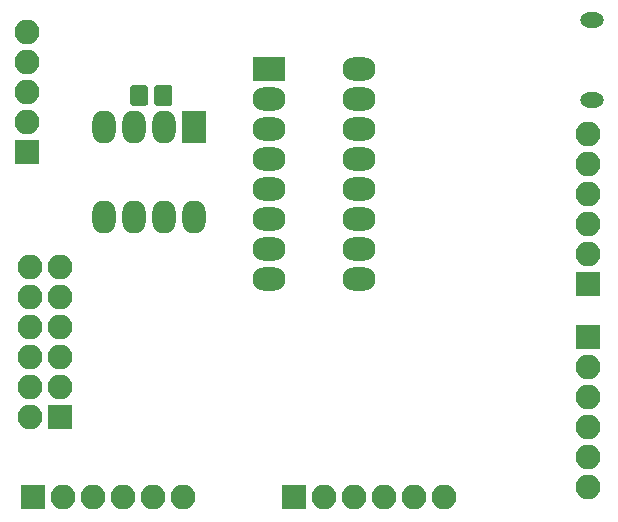
<source format=gbr>
%TF.GenerationSoftware,KiCad,Pcbnew,5.0.0+dfsg1-2*%
%TF.CreationDate,2019-12-09T14:25:11+01:00*%
%TF.ProjectId,pmod2,706D6F64322E6B696361645F70636200,rev?*%
%TF.SameCoordinates,Original*%
%TF.FileFunction,Soldermask,Bot*%
%TF.FilePolarity,Negative*%
%FSLAX46Y46*%
G04 Gerber Fmt 4.6, Leading zero omitted, Abs format (unit mm)*
G04 Created by KiCad (PCBNEW 5.0.0+dfsg1-2) date Mon Dec  9 14:25:11 2019*
%MOMM*%
%LPD*%
G01*
G04 APERTURE LIST*
%ADD10C,0.100000*%
%ADD11C,1.550000*%
%ADD12R,2.100000X2.100000*%
%ADD13O,2.100000X2.100000*%
%ADD14R,2.800000X2.000000*%
%ADD15O,2.800000X2.000000*%
%ADD16R,2.000000X2.800000*%
%ADD17O,2.000000X2.800000*%
%ADD18O,2.000000X1.300000*%
G04 APERTURE END LIST*
D10*
G36*
X137696071Y-120601623D02*
X137728781Y-120606475D01*
X137760857Y-120614509D01*
X137791991Y-120625649D01*
X137821884Y-120639787D01*
X137850247Y-120656787D01*
X137876807Y-120676485D01*
X137901308Y-120698692D01*
X137923515Y-120723193D01*
X137943213Y-120749753D01*
X137960213Y-120778116D01*
X137974351Y-120808009D01*
X137985491Y-120839143D01*
X137993525Y-120871219D01*
X137998377Y-120903929D01*
X138000000Y-120936956D01*
X138000000Y-122063044D01*
X137998377Y-122096071D01*
X137993525Y-122128781D01*
X137985491Y-122160857D01*
X137974351Y-122191991D01*
X137960213Y-122221884D01*
X137943213Y-122250247D01*
X137923515Y-122276807D01*
X137901308Y-122301308D01*
X137876807Y-122323515D01*
X137850247Y-122343213D01*
X137821884Y-122360213D01*
X137791991Y-122374351D01*
X137760857Y-122385491D01*
X137728781Y-122393525D01*
X137696071Y-122398377D01*
X137663044Y-122400000D01*
X136786956Y-122400000D01*
X136753929Y-122398377D01*
X136721219Y-122393525D01*
X136689143Y-122385491D01*
X136658009Y-122374351D01*
X136628116Y-122360213D01*
X136599753Y-122343213D01*
X136573193Y-122323515D01*
X136548692Y-122301308D01*
X136526485Y-122276807D01*
X136506787Y-122250247D01*
X136489787Y-122221884D01*
X136475649Y-122191991D01*
X136464509Y-122160857D01*
X136456475Y-122128781D01*
X136451623Y-122096071D01*
X136450000Y-122063044D01*
X136450000Y-120936956D01*
X136451623Y-120903929D01*
X136456475Y-120871219D01*
X136464509Y-120839143D01*
X136475649Y-120808009D01*
X136489787Y-120778116D01*
X136506787Y-120749753D01*
X136526485Y-120723193D01*
X136548692Y-120698692D01*
X136573193Y-120676485D01*
X136599753Y-120656787D01*
X136628116Y-120639787D01*
X136658009Y-120625649D01*
X136689143Y-120614509D01*
X136721219Y-120606475D01*
X136753929Y-120601623D01*
X136786956Y-120600000D01*
X137663044Y-120600000D01*
X137696071Y-120601623D01*
X137696071Y-120601623D01*
G37*
D11*
X137225000Y-121500000D03*
D10*
G36*
X139746071Y-120601623D02*
X139778781Y-120606475D01*
X139810857Y-120614509D01*
X139841991Y-120625649D01*
X139871884Y-120639787D01*
X139900247Y-120656787D01*
X139926807Y-120676485D01*
X139951308Y-120698692D01*
X139973515Y-120723193D01*
X139993213Y-120749753D01*
X140010213Y-120778116D01*
X140024351Y-120808009D01*
X140035491Y-120839143D01*
X140043525Y-120871219D01*
X140048377Y-120903929D01*
X140050000Y-120936956D01*
X140050000Y-122063044D01*
X140048377Y-122096071D01*
X140043525Y-122128781D01*
X140035491Y-122160857D01*
X140024351Y-122191991D01*
X140010213Y-122221884D01*
X139993213Y-122250247D01*
X139973515Y-122276807D01*
X139951308Y-122301308D01*
X139926807Y-122323515D01*
X139900247Y-122343213D01*
X139871884Y-122360213D01*
X139841991Y-122374351D01*
X139810857Y-122385491D01*
X139778781Y-122393525D01*
X139746071Y-122398377D01*
X139713044Y-122400000D01*
X138836956Y-122400000D01*
X138803929Y-122398377D01*
X138771219Y-122393525D01*
X138739143Y-122385491D01*
X138708009Y-122374351D01*
X138678116Y-122360213D01*
X138649753Y-122343213D01*
X138623193Y-122323515D01*
X138598692Y-122301308D01*
X138576485Y-122276807D01*
X138556787Y-122250247D01*
X138539787Y-122221884D01*
X138525649Y-122191991D01*
X138514509Y-122160857D01*
X138506475Y-122128781D01*
X138501623Y-122096071D01*
X138500000Y-122063044D01*
X138500000Y-120936956D01*
X138501623Y-120903929D01*
X138506475Y-120871219D01*
X138514509Y-120839143D01*
X138525649Y-120808009D01*
X138539787Y-120778116D01*
X138556787Y-120749753D01*
X138576485Y-120723193D01*
X138598692Y-120698692D01*
X138623193Y-120676485D01*
X138649753Y-120656787D01*
X138678116Y-120639787D01*
X138708009Y-120625649D01*
X138739143Y-120614509D01*
X138771219Y-120606475D01*
X138803929Y-120601623D01*
X138836956Y-120600000D01*
X139713044Y-120600000D01*
X139746071Y-120601623D01*
X139746071Y-120601623D01*
G37*
D11*
X139275000Y-121500000D03*
D12*
X150327862Y-155515305D03*
D13*
X152867862Y-155515305D03*
X155407862Y-155515305D03*
X157947862Y-155515305D03*
X160487862Y-155515305D03*
X163027862Y-155515305D03*
D12*
X127750000Y-126250000D03*
D13*
X127750000Y-123710000D03*
X127750000Y-121170000D03*
X127750000Y-118630000D03*
X127750000Y-116090000D03*
D12*
X128250000Y-155500000D03*
D13*
X130790000Y-155500000D03*
X133330000Y-155500000D03*
X135870000Y-155500000D03*
X138410000Y-155500000D03*
X140950000Y-155500000D03*
D12*
X175250000Y-137500000D03*
D13*
X175250000Y-134960000D03*
X175250000Y-132420000D03*
X175250000Y-129880000D03*
X175250000Y-127340000D03*
X175250000Y-124800000D03*
X175250000Y-154689415D03*
X175250000Y-152149415D03*
X175250000Y-149609415D03*
X175250000Y-147069415D03*
X175250000Y-144529415D03*
D12*
X175250000Y-141989415D03*
X130500000Y-148750000D03*
D13*
X127960000Y-148750000D03*
X130500000Y-146210000D03*
X127960000Y-146210000D03*
X130500000Y-143670000D03*
X127960000Y-143670000D03*
X130500000Y-141130000D03*
X127960000Y-141130000D03*
X130500000Y-138590000D03*
X127960000Y-138590000D03*
X130500000Y-136050000D03*
X127960000Y-136050000D03*
D14*
X148250000Y-119250000D03*
D15*
X155870000Y-137030000D03*
X148250000Y-121790000D03*
X155870000Y-134490000D03*
X148250000Y-124330000D03*
X155870000Y-131950000D03*
X148250000Y-126870000D03*
X155870000Y-129410000D03*
X148250000Y-129410000D03*
X155870000Y-126870000D03*
X148250000Y-131950000D03*
X155870000Y-124330000D03*
X148250000Y-134490000D03*
X155870000Y-121790000D03*
X148250000Y-137030000D03*
X155870000Y-119250000D03*
D16*
X141836336Y-124164029D03*
D17*
X134216336Y-131784029D03*
X139296336Y-124164029D03*
X136756336Y-131784029D03*
X136756336Y-124164029D03*
X139296336Y-131784029D03*
X134216336Y-124164029D03*
X141836336Y-131784029D03*
D18*
X175550000Y-121900000D03*
X175550000Y-115100000D03*
M02*

</source>
